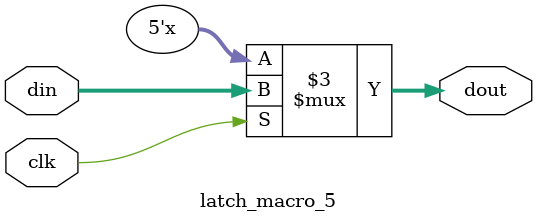
<source format=v>
module latch_macro_5 (
  din, 
  clk, 
  dout) ;

input	[ 4 : 0] din;
input			      clk;
output	[ 4 : 0] dout;

reg     [ 4 : 0] dout;

always @ (din or clk)
	if (clk)
	 	dout[4 : 0] = din[4 : 0];

endmodule


</source>
